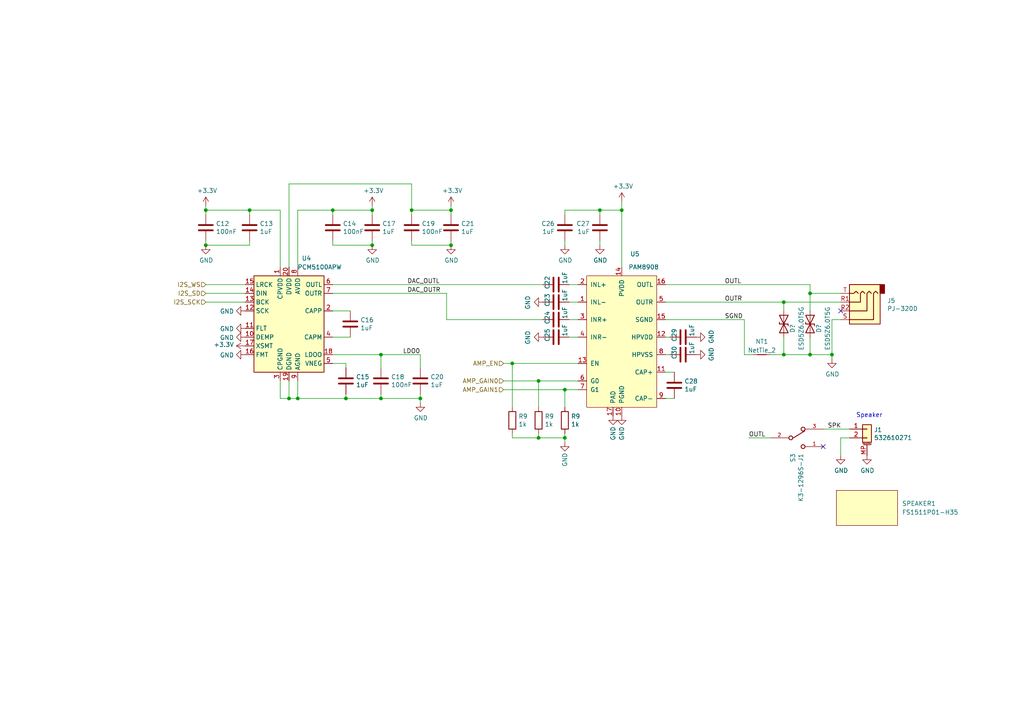
<source format=kicad_sch>
(kicad_sch (version 20230409) (generator eeschema)
  (paper "A4")
  (title_block (title "Troopers 23 Badge") (rev "r2") (company "Monad Gottfried Ltd. 2023") (comment 1 "for ERNW Enno Rey Netzwerke GmbH"))
  (lib_symbols
    (symbol "Audio:PCM5100"
      (property "Reference" "U" (at -10.16 13.97 0))
      (property "Value" "PCM5100" (at 3.81 13.97 0))
      (symbol "PCM5100_0_1"
        (rectangle (start -10.16 12.7) (end 10.16 -15.24) (stroke (width 0.254)) (fill (type background)))
      )
      (symbol "PCM5100_1_1"
        (pin passive line (at -2.54 15.24 270) (length 2.54) (name "CPVDD") (number "1"))
        (pin input line (at -12.7 -5.08 0) (length 2.54) (name "DEMP") (number "10"))
        (pin input line (at -12.7 -2.54 0) (length 2.54) (name "FLT") (number "11"))
        (pin input line (at -12.7 2.54 0) (length 2.54) (name "SCK") (number "12"))
        (pin input line (at -12.7 5.08 0) (length 2.54) (name "BCK") (number "13"))
        (pin input line (at -12.7 7.62 0) (length 2.54) (name "DIN") (number "14"))
        (pin input line (at -12.7 10.16 0) (length 2.54) (name "LRCK") (number "15"))
        (pin input line (at -12.7 -10.16 0) (length 2.54) (name "FMT") (number "16"))
        (pin input line (at -12.7 -7.62 0) (length 2.54) (name "XSMT") (number "17"))
        (pin passive line (at 12.7 -10.16 180) (length 2.54) (name "LDOO") (number "18"))
        (pin power_in line (at 0 -17.78 90) (length 2.54) (name "DGND") (number "19"))
        (pin passive line (at 12.7 2.54 180) (length 2.54) (name "CAPP") (number "2"))
        (pin power_in line (at 0 15.24 270) (length 2.54) (name "DVDD") (number "20"))
        (pin power_in line (at -2.54 -17.78 90) (length 2.54) (name "CPGND") (number "3"))
        (pin passive line (at 12.7 -5.08 180) (length 2.54) (name "CAPM") (number "4"))
        (pin passive line (at 12.7 -12.7 180) (length 2.54) (name "VNEG") (number "5"))
        (pin output line (at 12.7 10.16 180) (length 2.54) (name "OUTL") (number "6"))
        (pin output line (at 12.7 7.62 180) (length 2.54) (name "OUTR") (number "7"))
        (pin power_in line (at 2.54 15.24 270) (length 2.54) (name "AVDD") (number "8"))
        (pin power_in line (at 2.54 -17.78 90) (length 2.54) (name "AGND") (number "9"))
      )
    )
    (symbol "Connector_Audio:AudioJack4"
      (property "Reference" "J" (at 0 8.89 0))
      (property "Value" "AudioJack4" (at 0 6.35 0))
      (symbol "AudioJack4_0_1"
        (rectangle (start -6.35 -5.08) (end -7.62 -7.62) (stroke (width 0.254)) (fill (type outline)))
        (polyline (pts (xy 0 -5.08) (xy 0.635 -5.715) (xy 1.27 -5.08) (xy 2.54 -5.08)) (stroke (width 0.254)))
        (polyline (pts (xy -5.715 -5.08) (xy -5.08 -5.715) (xy -4.445 -5.08) (xy -4.445 2.54) (xy 2.54 2.54)) (stroke (width 0.254)))
        (polyline (pts (xy -1.905 -5.08) (xy -1.27 -5.715) (xy -0.635 -5.08) (xy -0.635 -2.54) (xy 2.54 -2.54)) (stroke (width 0.254)))
        (polyline (pts (xy 2.54 0) (xy -2.54 0) (xy -2.54 -5.08) (xy -3.175 -5.715) (xy -3.81 -5.08)) (stroke (width 0.254)))
        (rectangle (start 2.54 3.81) (end -6.35 -7.62) (stroke (width 0.254)) (fill (type background)))
      )
      (symbol "AudioJack4_1_1"
        (pin passive line (at 5.08 -2.54 180) (length 2.54) (name "~") (number "R1"))
        (pin passive line (at 5.08 0 180) (length 2.54) (name "~") (number "R2"))
        (pin passive line (at 5.08 2.54 180) (length 2.54) (name "~") (number "S"))
        (pin passive line (at 5.08 -5.08 180) (length 2.54) (name "~") (number "T"))
      )
    )
    (symbol "Connector_Generic_MountingPin:Conn_01x02_MountingPin" (pin_names (offset 1.016) hide)
      (property "Reference" "J" (at 0 2.54 0))
      (property "Value" "Conn_01x02_MountingPin" (at 1.27 -5.08 0))
      (symbol "Conn_01x02_MountingPin_1_1"
        (rectangle (start -1.27 -2.413) (end 0 -2.667) (stroke (width 0.1524)))
        (rectangle (start -1.27 0.127) (end 0 -0.127) (stroke (width 0.1524)))
        (rectangle (start -1.27 1.27) (end 1.27 -3.81) (stroke (width 0.254)) (fill (type background)))
        (polyline (pts (xy -1.016 -4.572) (xy 1.016 -4.572)) (stroke (width 0.1524)))
        (text "Mounting" (at 0 -4.191 0) (effects (font (size 0.381 0.381))))
        (pin passive line (at -5.08 0 0) (length 3.81) (name "Pin_1") (number "1"))
        (pin passive line (at -5.08 -2.54 0) (length 3.81) (name "Pin_2") (number "2"))
        (pin passive line (at 0 -7.62 90) (length 3.048) (name "MountPin") (number "MP"))
      )
    )
    (symbol "Device:C" (pin_numbers hide) (pin_names (offset 0.254))
      (property "Reference" "C" (at 0.635 2.54 0))
      (property "Value" "C" (at 0.635 -2.54 0))
      (symbol "C_0_1"
        (polyline (pts (xy -2.032 -0.762) (xy 2.032 -0.762)) (stroke (width 0.508)))
        (polyline (pts (xy -2.032 0.762) (xy 2.032 0.762)) (stroke (width 0.508)))
      )
      (symbol "C_1_1"
        (pin passive line (at 0 3.81 270) (length 2.794) (name "~") (number "1"))
        (pin passive line (at 0 -3.81 90) (length 2.794) (name "~") (number "2"))
      )
    )
    (symbol "Device:D_TVS" (pin_numbers hide) (pin_names (offset 1.016) hide)
      (property "Reference" "D" (at 0 2.54 0))
      (property "Value" "D_TVS" (at 0 -2.54 0))
      (symbol "D_TVS_0_1"
        (polyline (pts (xy 1.27 0) (xy -1.27 0)))
        (polyline (pts (xy 0.508 1.27) (xy 0 1.27) (xy 0 -1.27) (xy -0.508 -1.27)) (stroke (width 0.254)))
        (polyline (pts (xy -2.54 1.27) (xy -2.54 -1.27) (xy 2.54 1.27) (xy 2.54 -1.27) (xy -2.54 1.27)) (stroke (width 0.254)))
      )
      (symbol "D_TVS_1_1"
        (pin passive line (at -3.81 0 0) (length 2.54) (name "A1") (number "1"))
        (pin passive line (at 3.81 0 180) (length 2.54) (name "A2") (number "2"))
      )
    )
    (symbol "Device:NetTie_2" (pin_numbers hide) (pin_names (offset 0) hide) (in_bom no)
      (property "Reference" "NT" (at 0 1.27 0))
      (property "Value" "NetTie_2" (at 0 -1.27 0))
      (symbol "NetTie_2_0_1"
        (polyline (pts (xy -1.27 0) (xy 1.27 0)) (stroke (width 0.254)))
      )
      (symbol "NetTie_2_1_1"
        (pin passive line (at -2.54 0 0) (length 2.54) (name "1") (number "1"))
        (pin passive line (at 2.54 0 180) (length 2.54) (name "2") (number "2"))
      )
    )
    (symbol "Device:R" (pin_numbers hide) (pin_names (offset 0))
      (property "Reference" "R" (at 2.032 0 90))
      (property "Value" "R" (at 0 0 90))
      (symbol "R_0_1"
        (rectangle (start -1.016 -2.54) (end 1.016 2.54) (stroke (width 0.254)))
      )
      (symbol "R_1_1"
        (pin passive line (at 0 3.81 270) (length 1.27) (name "~") (number "1"))
        (pin passive line (at 0 -3.81 90) (length 1.27) (name "~") (number "2"))
      )
    )
    (symbol "j_Amplifier_Audio:PAM8908" (pin_names (offset 1.016))
      (property "Reference" "U" (at 2.54 -20.32 0))
      (property "Value" "PAM8908" (at 6.35 -22.86 0))
      (symbol "PAM8908_0_1"
        (rectangle (start -10.16 19.05) (end 10.16 -19.05) (fill (type background)))
      )
      (symbol "PAM8908_1_1"
        (pin input line (at -12.7 11.43 0) (length 2.54) (name "INL-") (number "1"))
        (pin power_in line (at 0 -21.59 90) (length 2.54) (name "PGND") (number "10"))
        (pin output line (at 12.7 -8.89 180) (length 2.54) (name "CAP+") (number "11"))
        (pin power_out line (at 12.7 1.27 180) (length 2.54) (name "HPVDD") (number "12"))
        (pin input line (at -12.7 -6.35 0) (length 2.54) (name "EN") (number "13"))
        (pin power_in line (at 0 21.59 270) (length 2.54) (name "PVDD") (number "14"))
        (pin input line (at 12.7 6.35 180) (length 2.54) (name "SGND") (number "15"))
        (pin output line (at 12.7 16.51 180) (length 2.54) (name "OUTL") (number "16"))
        (pin passive line (at -2.54 -21.59 90) (length 2.54) (name "PAD") (number "17"))
        (pin input line (at -12.7 16.51 0) (length 2.54) (name "INL+") (number "2"))
        (pin input line (at -12.7 6.35 0) (length 2.54) (name "INR+") (number "3"))
        (pin input line (at -12.7 1.27 0) (length 2.54) (name "INR-") (number "4"))
        (pin output line (at 12.7 11.43 180) (length 2.54) (name "OUTR") (number "5"))
        (pin input line (at -12.7 -11.43 0) (length 2.54) (name "G0") (number "6"))
        (pin input line (at -12.7 -13.97 0) (length 2.54) (name "G1") (number "7"))
        (pin output line (at 12.7 -3.81 180) (length 2.54) (name "HPVSS") (number "8"))
        (pin output line (at 12.7 -16.51 180) (length 2.54) (name "CAP-") (number "9"))
      )
    )
    (symbol "j_Display:Display_dummy" (pin_names (offset 1.016))
      (property "Reference" "U" (at 0 0 0))
      (property "Value" "Display_dummy" (at 0 0 0))
      (symbol "Display_dummy_0_1"
        (rectangle (start -8.89 5.08) (end 8.89 -5.08) (fill (type background)))
      )
    )
    (symbol "j_Switch:K3-1296S" (pin_names (offset 1.016) hide)
      (property "Reference" "S" (at -7.62 5.08 0))
      (property "Value" "  K3-1296S" (at -7.62 -5.08 0))
      (symbol "K3-1296S_0_0"
        (circle (center -1.778 -2.54) (radius 0.5588) (stroke (width 0.254)))
        (circle (center -1.778 2.54) (radius 0.5588) (stroke (width 0.254)))
        (polyline (pts (xy 1.016 0) (xy -2.286 2.032)) (stroke (width 0.254)))
        (circle (center 1.778 0) (radius 0.5588) (stroke (width 0.254)))
        (pin passive line (at 7.62 0 180) (length 5.08) (name "2") (number "2"))
      )
      (symbol "K3-1296S_1_0"
        (pin passive line (at -7.62 -2.54 0) (length 5.08) (name "1") (number "1"))
        (pin passive line (at -7.62 2.54 0) (length 5.08) (name "3") (number "3"))
      )
    )
    (symbol "power:+3.3V" (power) (pin_names (offset 0))
      (property "Value" "+3.3V" (at 0 3.556 0))
      (symbol "+3.3V_0_1"
        (polyline (pts (xy -0.762 1.27) (xy 0 2.54)))
        (polyline (pts (xy 0 0) (xy 0 2.54)))
        (polyline (pts (xy 0 2.54) (xy 0.762 1.27)))
      )
      (symbol "+3.3V_1_1"
        (pin power_in line (at 0 0 90) (length 0) hide (name "+3.3V") (number "1"))
      )
    )
    (symbol "power:GND" (power) (pin_names (offset 0))
      (property "Value" "GND" (at 0 -3.81 0))
      (symbol "GND_0_1"
        (polyline (pts (xy 0 0) (xy 0 -1.27) (xy 1.27 -1.27) (xy 0 -2.54) (xy -1.27 -1.27) (xy 0 -1.27)))
      )
      (symbol "GND_1_1"
        (pin power_in line (at 0 0 270) (length 0) hide (name "GND") (number "1"))
      )
    )
  )
  (junction (at 83.82 115.57))
  (junction (at 180.34 60.96))
  (junction (at 59.69 60.96))
  (junction (at 227.33 87.63))
  (junction (at 234.95 85.09))
  (junction (at 163.83 127))
  (junction (at 107.95 71.12))
  (junction (at 156.21 127))
  (junction (at 121.92 115.57))
  (junction (at 86.36 115.57))
  (junction (at 148.59 105.41))
  (junction (at 110.49 115.57))
  (junction (at 227.33 102.87))
  (junction (at 96.52 60.96))
  (junction (at 173.99 60.96))
  (junction (at 130.81 71.12))
  (junction (at 241.3 102.87))
  (junction (at 72.39 60.96))
  (junction (at 100.33 115.57))
  (junction (at 59.69 71.12))
  (junction (at 110.49 102.87))
  (junction (at 119.38 60.96))
  (junction (at 234.95 102.87))
  (junction (at 163.83 113.03))
  (junction (at 156.21 110.49))
  (junction (at 130.81 60.96))
  (junction (at 107.95 60.96))
  (no_connect (at 238.76 129.54))
  (no_connect (at 243.84 90.17))
  (wire (pts (xy 72.39 62.23) (xy 72.39 60.96)))
  (wire (pts (xy 96.52 82.55) (xy 157.48 82.55)))
  (wire (pts (xy 241.3 104.14) (xy 241.3 102.87)))
  (wire (pts (xy 119.38 53.34) (xy 119.38 60.96)))
  (wire (pts (xy 173.99 71.12) (xy 173.99 69.85)))
  (wire (pts (xy 119.38 62.23) (xy 119.38 60.96)))
  (wire (pts (xy 110.49 115.57) (xy 121.92 115.57)))
  (wire (pts (xy 107.95 59.69) (xy 107.95 60.96)))
  (wire (pts (xy 165.1 97.79) (xy 167.64 97.79)))
  (wire (pts (xy 148.59 105.41) (xy 148.59 118.11)))
  (wire (pts (xy 130.81 59.69) (xy 130.81 60.96)))
  (wire (pts (xy 215.9 102.87) (xy 218.44 102.87)))
  (wire (pts (xy 165.1 92.71) (xy 167.64 92.71)))
  (wire (pts (xy 243.84 92.71) (xy 241.3 92.71)))
  (wire (pts (xy 119.38 69.85) (xy 119.38 71.12)))
  (wire (pts (xy 227.33 97.79) (xy 227.33 102.87)))
  (wire (pts (xy 180.34 58.42) (xy 180.34 60.96)))
  (wire (pts (xy 119.38 60.96) (xy 130.81 60.96)))
  (wire (pts (xy 59.69 69.85) (xy 59.69 71.12)))
  (wire (pts (xy 86.36 60.96) (xy 96.52 60.96)))
  (wire (pts (xy 234.95 102.87) (xy 241.3 102.87)))
  (wire (pts (xy 71.12 87.63) (xy 59.69 87.63)))
  (wire (pts (xy 71.12 85.09) (xy 59.69 85.09)))
  (wire (pts (xy 81.28 77.47) (xy 81.28 60.96)))
  (wire (pts (xy 173.99 60.96) (xy 173.99 62.23)))
  (wire (pts (xy 156.21 127) (xy 148.59 127)))
  (wire (pts (xy 227.33 87.63) (xy 243.84 87.63)))
  (wire (pts (xy 156.21 110.49) (xy 156.21 118.11)))
  (wire (pts (xy 83.82 115.57) (xy 81.28 115.57)))
  (wire (pts (xy 193.04 87.63) (xy 227.33 87.63)))
  (wire (pts (xy 163.83 60.96) (xy 173.99 60.96)))
  (wire (pts (xy 86.36 77.47) (xy 86.36 60.96)))
  (wire (pts (xy 96.52 69.85) (xy 96.52 71.12)))
  (wire (pts (xy 193.04 82.55) (xy 234.95 82.55)))
  (wire (pts (xy 146.05 113.03) (xy 163.83 113.03)))
  (wire (pts (xy 72.39 71.12) (xy 72.39 69.85)))
  (wire (pts (xy 96.52 102.87) (xy 110.49 102.87)))
  (wire (pts (xy 193.04 102.87) (xy 194.31 102.87)))
  (wire (pts (xy 163.83 128.27) (xy 163.83 127)))
  (wire (pts (xy 83.82 53.34) (xy 119.38 53.34)))
  (wire (pts (xy 96.52 71.12) (xy 107.95 71.12)))
  (wire (pts (xy 96.52 62.23) (xy 96.52 60.96)))
  (wire (pts (xy 234.95 85.09) (xy 243.84 85.09)))
  (wire (pts (xy 130.81 71.12) (xy 130.81 69.85)))
  (wire (pts (xy 194.31 97.79) (xy 193.04 97.79)))
  (wire (pts (xy 121.92 102.87) (xy 121.92 106.68)))
  (wire (pts (xy 180.34 60.96) (xy 180.34 77.47)))
  (wire (pts (xy 243.84 127) (xy 243.84 132.08)))
  (wire (pts (xy 81.28 115.57) (xy 81.28 110.49)))
  (wire (pts (xy 96.52 90.17) (xy 101.6 90.17)))
  (wire (pts (xy 59.69 59.69) (xy 59.69 60.96)))
  (wire (pts (xy 96.52 85.09) (xy 129.54 85.09)))
  (wire (pts (xy 163.83 71.12) (xy 163.83 69.85)))
  (wire (pts (xy 163.83 113.03) (xy 167.64 113.03)))
  (wire (pts (xy 59.69 60.96) (xy 59.69 62.23)))
  (wire (pts (xy 148.59 127) (xy 148.59 125.73)))
  (wire (pts (xy 100.33 114.3) (xy 100.33 115.57)))
  (wire (pts (xy 71.12 82.55) (xy 59.69 82.55)))
  (wire (pts (xy 86.36 110.49) (xy 86.36 115.57)))
  (wire (pts (xy 193.04 92.71) (xy 215.9 92.71)))
  (wire (pts (xy 227.33 87.63) (xy 227.33 90.17)))
  (wire (pts (xy 59.69 71.12) (xy 72.39 71.12)))
  (wire (pts (xy 241.3 92.71) (xy 241.3 102.87)))
  (wire (pts (xy 234.95 90.17) (xy 234.95 85.09)))
  (wire (pts (xy 107.95 71.12) (xy 107.95 69.85)))
  (wire (pts (xy 110.49 114.3) (xy 110.49 115.57)))
  (wire (pts (xy 83.82 110.49) (xy 83.82 115.57)))
  (wire (pts (xy 146.05 105.41) (xy 148.59 105.41)))
  (wire (pts (xy 100.33 105.41) (xy 100.33 106.68)))
  (wire (pts (xy 193.04 115.57) (xy 195.58 115.57)))
  (wire (pts (xy 165.1 82.55) (xy 167.64 82.55)))
  (wire (pts (xy 96.52 97.79) (xy 101.6 97.79)))
  (wire (pts (xy 121.92 115.57) (xy 121.92 116.84)))
  (wire (pts (xy 173.99 60.96) (xy 180.34 60.96)))
  (wire (pts (xy 215.9 92.71) (xy 215.9 102.87)))
  (wire (pts (xy 72.39 60.96) (xy 59.69 60.96)))
  (wire (pts (xy 193.04 107.95) (xy 195.58 107.95)))
  (wire (pts (xy 156.21 125.73) (xy 156.21 127)))
  (wire (pts (xy 146.05 110.49) (xy 156.21 110.49)))
  (wire (pts (xy 234.95 97.79) (xy 234.95 102.87)))
  (wire (pts (xy 163.83 62.23) (xy 163.83 60.96)))
  (wire (pts (xy 110.49 106.68) (xy 110.49 102.87)))
  (wire (pts (xy 83.82 77.47) (xy 83.82 53.34)))
  (wire (pts (xy 223.52 102.87) (xy 227.33 102.87)))
  (wire (pts (xy 163.83 113.03) (xy 163.83 118.11)))
  (wire (pts (xy 96.52 105.41) (xy 100.33 105.41)))
  (wire (pts (xy 217.17 127) (xy 223.52 127)))
  (wire (pts (xy 86.36 115.57) (xy 83.82 115.57)))
  (wire (pts (xy 81.28 60.96) (xy 72.39 60.96)))
  (wire (pts (xy 234.95 82.55) (xy 234.95 85.09)))
  (wire (pts (xy 163.83 127) (xy 156.21 127)))
  (wire (pts (xy 100.33 115.57) (xy 110.49 115.57)))
  (wire (pts (xy 165.1 87.63) (xy 167.64 87.63)))
  (wire (pts (xy 107.95 60.96) (xy 107.95 62.23)))
  (wire (pts (xy 129.54 85.09) (xy 129.54 92.71)))
  (wire (pts (xy 227.33 102.87) (xy 234.95 102.87)))
  (wire (pts (xy 148.59 105.41) (xy 167.64 105.41)))
  (wire (pts (xy 246.38 127) (xy 243.84 127)))
  (wire (pts (xy 96.52 60.96) (xy 107.95 60.96)))
  (wire (pts (xy 129.54 92.71) (xy 157.48 92.71)))
  (wire (pts (xy 156.21 110.49) (xy 167.64 110.49)))
  (wire (pts (xy 238.76 124.46) (xy 246.38 124.46)))
  (wire (pts (xy 121.92 115.57) (xy 121.92 114.3)))
  (wire (pts (xy 163.83 127) (xy 163.83 125.73)))
  (wire (pts (xy 110.49 102.87) (xy 121.92 102.87)))
  (wire (pts (xy 130.81 60.96) (xy 130.81 62.23)))
  (wire (pts (xy 100.33 115.57) (xy 86.36 115.57)))
  (wire (pts (xy 119.38 71.12) (xy 130.81 71.12)))
  (text "Speaker" (at 248.285 121.285 0) (effects (font (size 1.27 1.27)) (justify left bottom)))
  (label "DAC_OUTR" (at 118.11 85.09 0))
  (label "SGND" (at 210.185 92.71 0))
  (label "OUTR" (at 210.185 87.63 0))
  (label "OUTL" (at 210.185 82.55 0))
  (label "OUTL" (at 217.17 127 0))
  (label "DAC_OUTL" (at 118.11 82.55 0))
  (label "SPK" (at 240.03 124.46 0))
  (label "LDO0" (at 116.84 102.87 0))
  (hierarchical_label "I2S_SCK" (shape input) (at 59.69 87.63 180))
  (hierarchical_label "AMP_EN" (shape input) (at 146.05 105.41 180))
  (hierarchical_label "AMP_GAIN1" (shape input) (at 146.05 113.03 180))
  (hierarchical_label "I2S_SD" (shape input) (at 59.69 85.09 180))
  (hierarchical_label "I2S_WS" (shape input) (at 59.69 82.55 180))
  (hierarchical_label "AMP_GAIN0" (shape input) (at 146.05 110.49 180))
  (symbol (lib_id "Audio:PCM5100") (at 83.82 92.71 0) (unit 1)
    (property "Reference" "U4" (at 88.9 74.93 0))
    (property "Value" "PCM5100APW" (at 92.71 77.47 0))
    (property "Footprint" "Package_SO:TSSOP-20_4.4x6.5mm_P0.65mm" (effects hide))
    (property "Datasheet" "http://www.ti.com/lit/ds/symlink/pcm5100.pdf" (effects hide))
    (property "MPN" "PCM5100APWR" (effects hide))
    (property "LCSC" "C1540069" (effects hide))
    (property "Manufacturer" "Texas Instruments" (effects hide))
  )
  (symbol (lib_id "Device:C") (at 121.92 110.49 0) (unit 1)
    (property "Reference" "C20" (at 124.841 109.3216 0) (effects (justify left)))
    (property "Value" "1uF" (at 124.841 111.633 0) (effects (justify left)))
    (property "Footprint" "Capacitor_SMD:C_0603_1608Metric" (effects hide))
  )
  (symbol (lib_id "Device:C") (at 110.49 110.49 0) (unit 1)
    (property "Reference" "C18" (at 113.411 109.3216 0) (effects (justify left)))
    (property "Value" "100nF" (at 113.411 111.633 0) (effects (justify left)))
    (property "Footprint" "Capacitor_SMD:C_0402_1005Metric" (effects hide))
  )
  (symbol (lib_id "power:GND") (at 121.92 116.84 0) (unit 1)
    (property "Reference" "#PWR054" (effects hide))
    (property "Value" "GND" (at 122.047 121.2342 0))
  )
  (symbol (lib_id "Device:C") (at 107.95 66.04 0) (unit 1)
    (property "Reference" "C17" (at 110.871 64.8716 0) (effects (justify left)))
    (property "Value" "1uF" (at 110.871 67.183 0) (effects (justify left)))
    (property "Footprint" "Capacitor_SMD:C_0603_1608Metric" (effects hide))
  )
  (symbol (lib_id "Device:C") (at 96.52 66.04 0) (unit 1)
    (property "Reference" "C14" (at 99.441 64.8716 0) (effects (justify left)))
    (property "Value" "100nF" (at 99.441 67.183 0) (effects (justify left)))
    (property "Footprint" "Capacitor_SMD:C_0402_1005Metric" (effects hide))
  )
  (symbol (lib_id "power:GND") (at 107.95 71.12 0) (unit 1)
    (property "Reference" "#PWR053" (effects hide))
    (property "Value" "GND" (at 108.077 75.5142 0))
  )
  (symbol (lib_id "power:+3.3V") (at 107.95 59.69 0) (unit 1)
    (property "Reference" "#PWR052" (effects hide))
    (property "Value" "+3.3V" (at 108.331 55.2958 0))
  )
  (symbol (lib_id "Device:C") (at 101.6 93.98 0) (unit 1)
    (property "Reference" "C16" (at 104.521 92.8116 0) (effects (justify left)))
    (property "Value" "1uF" (at 104.521 95.123 0) (effects (justify left)))
    (property "Footprint" "Capacitor_SMD:C_0603_1608Metric" (effects hide))
  )
  (symbol (lib_id "Device:C") (at 100.33 110.49 0) (unit 1)
    (property "Reference" "C15" (at 103.251 109.3216 0) (effects (justify left)))
    (property "Value" "1uF" (at 103.251 111.633 0) (effects (justify left)))
    (property "Footprint" "Capacitor_SMD:C_0603_1608Metric" (effects hide))
  )
  (symbol (lib_id "power:GND") (at 71.12 90.17 270) (unit 1)
    (property "Reference" "#PWR047" (effects hide))
    (property "Value" "GND" (at 67.8688 90.297 90) (effects (justify right)))
  )
  (symbol (lib_id "power:GND") (at 71.12 95.25 270) (unit 1)
    (property "Reference" "#PWR048" (effects hide))
    (property "Value" "GND" (at 67.8688 95.377 90) (effects (justify right)))
  )
  (symbol (lib_id "power:GND") (at 71.12 102.87 270) (unit 1)
    (property "Reference" "#PWR051" (effects hide))
    (property "Value" "GND" (at 67.8688 102.997 90) (effects (justify right)))
  )
  (symbol (lib_id "power:GND") (at 71.12 97.79 270) (unit 1)
    (property "Reference" "#PWR049" (effects hide))
    (property "Value" "GND" (at 67.8688 97.917 90) (effects (justify right)))
  )
  (symbol (lib_id "power:+3.3V") (at 71.12 100.33 90) (unit 1)
    (property "Reference" "#PWR050" (effects hide))
    (property "Value" "+3.3V" (at 67.8688 99.949 90) (effects (justify left)))
  )
  (symbol (lib_id "Device:C") (at 59.69 66.04 0) (unit 1)
    (property "Reference" "C12" (at 62.611 64.8716 0) (effects (justify left)))
    (property "Value" "100nF" (at 62.611 67.183 0) (effects (justify left)))
    (property "Footprint" "Capacitor_SMD:C_0402_1005Metric" (effects hide))
  )
  (symbol (lib_id "power:GND") (at 177.8 120.65 0) (unit 1)
    (property "Reference" "#PWR061" (effects hide))
    (property "Value" "GND" (at 177.8 125.73 90))
  )
  (symbol (lib_id "j_Amplifier_Audio:PAM8908") (at 180.34 99.06 0) (unit 1)
    (property "Reference" "U5" (at 184.15 73.66 0))
    (property "Value" "PAM8908" (at 186.69 77.47 0))
    (property "Footprint" "Package_DFN_QFN:QFN-16-1EP_3x3mm_P0.5mm_EP1.7x1.7mm" (effects hide))
    (property "MPN" "PAM8908" (effects hide))
    (property "LCSC" "C33233" (effects hide))
    (property "Manufacturer" "Diodes Incorporated" (effects hide))
  )
  (symbol (lib_id "Device:C") (at 195.58 111.76 0) (unit 1)
    (property "Reference" "C28" (at 198.501 110.5916 0) (effects (justify left)))
    (property "Value" "1uF" (at 198.501 112.903 0) (effects (justify left)))
    (property "Footprint" "Capacitor_SMD:C_0603_1608Metric" (effects hide))
  )
  (symbol (lib_id "Device:C") (at 198.12 97.79 270) (unit 1)
    (property "Reference" "C29" (at 195.58 95.25 0) (effects (justify left)))
    (property "Value" "1uF" (at 200.66 93.98 0) (effects (justify left)))
    (property "Footprint" "Capacitor_SMD:C_0603_1608Metric" (effects hide))
  )
  (symbol (lib_id "Device:C") (at 198.12 102.87 270) (unit 1)
    (property "Reference" "C30" (at 195.58 100.33 0) (effects (justify left)))
    (property "Value" "1uF" (at 200.66 99.06 0) (effects (justify left)))
    (property "Footprint" "Capacitor_SMD:C_0603_1608Metric" (effects hide))
  )
  (symbol (lib_id "power:GND") (at 201.93 97.79 90) (unit 1)
    (property "Reference" "#PWR064" (effects hide))
    (property "Value" "GND" (at 206.3242 97.663 0))
  )
  (symbol (lib_id "power:GND") (at 201.93 102.87 90) (unit 1)
    (property "Reference" "#PWR065" (effects hide))
    (property "Value" "GND" (at 206.3242 102.743 0))
  )
  (symbol (lib_id "Device:C") (at 161.29 82.55 270) (unit 1)
    (property "Reference" "C22" (at 158.75 80.01 0) (effects (justify left)))
    (property "Value" "1uF" (at 163.83 78.74 0) (effects (justify left)))
    (property "Footprint" "Capacitor_SMD:C_0603_1608Metric" (effects hide))
  )
  (symbol (lib_id "Device:C") (at 161.29 87.63 270) (unit 1)
    (property "Reference" "C23" (at 158.75 85.09 0) (effects (justify left)))
    (property "Value" "1uF" (at 163.83 83.82 0) (effects (justify left)))
    (property "Footprint" "Capacitor_SMD:C_0603_1608Metric" (effects hide))
  )
  (symbol (lib_id "Device:C") (at 161.29 92.71 270) (unit 1)
    (property "Reference" "C24" (at 158.75 90.17 0) (effects (justify left)))
    (property "Value" "1uF" (at 163.83 88.9 0) (effects (justify left)))
    (property "Footprint" "Capacitor_SMD:C_0603_1608Metric" (effects hide))
  )
  (symbol (lib_id "Device:C") (at 161.29 97.79 270) (unit 1)
    (property "Reference" "C25" (at 158.75 95.25 0) (effects (justify left)))
    (property "Value" "1uF" (at 163.83 93.98 0) (effects (justify left)))
    (property "Footprint" "Capacitor_SMD:C_0603_1608Metric" (effects hide))
  )
  (symbol (lib_id "power:GND") (at 157.48 87.63 270) (unit 1)
    (property "Reference" "#PWR057" (effects hide))
    (property "Value" "GND" (at 153.0858 87.757 0))
  )
  (symbol (lib_id "power:GND") (at 157.48 97.79 270) (unit 1)
    (property "Reference" "#PWR058" (effects hide))
    (property "Value" "GND" (at 153.0858 97.917 0))
  )
  (symbol (lib_id "power:GND") (at 180.34 120.65 0) (unit 1)
    (property "Reference" "#PWR063" (effects hide))
    (property "Value" "GND" (at 180.34 125.73 90))
  )
  (symbol (lib_id "Device:C") (at 173.99 66.04 0) (mirror y) (unit 1)
    (property "Reference" "C27" (at 171.069 64.8716 0) (effects (justify left)))
    (property "Value" "1uF" (at 171.069 67.183 0) (effects (justify left)))
    (property "Footprint" "Capacitor_SMD:C_0603_1608Metric" (effects hide))
  )
  (symbol (lib_id "Device:C") (at 163.83 66.04 0) (mirror y) (unit 1)
    (property "Reference" "C26" (at 160.909 64.8716 0) (effects (justify left)))
    (property "Value" "1uF" (at 160.909 67.183 0) (effects (justify left)))
    (property "Footprint" "Capacitor_SMD:C_0603_1608Metric" (effects hide))
  )
  (symbol (lib_id "power:GND") (at 173.99 71.12 0) (unit 1)
    (property "Reference" "#PWR060" (effects hide))
    (property "Value" "GND" (at 174.117 75.5142 0))
  )
  (symbol (lib_id "power:GND") (at 163.83 71.12 0) (unit 1)
    (property "Reference" "#PWR059" (effects hide))
    (property "Value" "GND" (at 163.957 75.5142 0))
  )
  (symbol (lib_id "Device:C") (at 72.39 66.04 0) (unit 1)
    (property "Reference" "C13" (at 75.311 64.8716 0) (effects (justify left)))
    (property "Value" "1uF" (at 75.311 67.183 0) (effects (justify left)))
    (property "Footprint" "Capacitor_SMD:C_0603_1608Metric" (effects hide))
  )
  (symbol (lib_id "power:+3.3V") (at 59.69 59.69 0) (unit 1)
    (property "Reference" "#PWR045" (effects hide))
    (property "Value" "+3.3V" (at 60.071 55.2958 0))
  )
  (symbol (lib_id "power:GND") (at 59.69 71.12 0) (unit 1)
    (property "Reference" "#PWR046" (effects hide))
    (property "Value" "GND" (at 59.817 75.5142 0))
  )
  (symbol (lib_id "Device:C") (at 130.81 66.04 0) (unit 1)
    (property "Reference" "C21" (at 133.731 64.8716 0) (effects (justify left)))
    (property "Value" "1uF" (at 133.731 67.183 0) (effects (justify left)))
    (property "Footprint" "Capacitor_SMD:C_0603_1608Metric" (effects hide))
  )
  (symbol (lib_id "Device:C") (at 119.38 66.04 0) (unit 1)
    (property "Reference" "C19" (at 122.301 64.8716 0) (effects (justify left)))
    (property "Value" "100nF" (at 122.301 67.183 0) (effects (justify left)))
    (property "Footprint" "Capacitor_SMD:C_0402_1005Metric" (effects hide))
  )
  (symbol (lib_id "power:GND") (at 130.81 71.12 0) (unit 1)
    (property "Reference" "#PWR056" (effects hide))
    (property "Value" "GND" (at 130.937 75.5142 0))
  )
  (symbol (lib_id "power:+3.3V") (at 130.81 59.69 0) (unit 1)
    (property "Reference" "#PWR055" (effects hide))
    (property "Value" "+3.3V" (at 131.191 55.2958 0))
  )
  (symbol (lib_id "power:+3.3V") (at 180.34 58.42 0) (unit 1)
    (property "Reference" "#PWR062" (effects hide))
    (property "Value" "+3.3V" (at 180.721 54.0258 0))
  )
  (symbol (lib_id "power:GND") (at 241.3 104.14 0) (unit 1)
    (property "Reference" "#PWR066" (effects hide))
    (property "Value" "GND" (at 241.427 108.5342 0))
  )
  (symbol (lib_id "Device:D_TVS") (at 234.95 93.98 270) (unit 1)
    (property "Reference" "D?" (at 237.49 93.98 0) (effects (justify left)))
    (property "Value" " ESD5Z6.0T5G" (at 240.03 88.9 0) (effects (justify left)))
    (property "Footprint" "jeffmakes-footprints:SOD-523-numbered-pads" (effects hide))
    (property "MPN" "ESD5Z5.0VC" (effects hide))
    (property "LCSC" "C261278" (effects hide))
    (instances (project "tr23-badge-r2" (path "" (reference "D?") (unit 1)) (path "" (reference "D?") (unit 1)) (path "" (reference "D9") (unit 1))))
  )
  (symbol (lib_id "Device:D_TVS") (at 227.33 93.98 270) (unit 1)
    (property "Reference" "D?" (at 229.87 93.98 0) (effects (justify left)))
    (property "Value" " ESD5Z6.0T5G" (at 232.41 88.9 0) (effects (justify left)))
    (property "Footprint" "jeffmakes-footprints:SOD-523-numbered-pads" (effects hide))
    (property "MPN" "ESD5Z5.0VC" (effects hide))
    (property "LCSC" "C261278" (effects hide))
    (instances (project "tr23-badge-r2" (path "" (reference "D?") (unit 1)) (path "" (reference "D?") (unit 1)) (path "" (reference "D8") (unit 1))))
  )
  (symbol (lib_id "Connector_Audio:AudioJack4") (at 248.92 90.17 180) (unit 1)
    (property "Reference" "J5" (at 257.302 87.1982 0) (effects (justify right)))
    (property "Value" "PJ-320D" (at 257.302 89.5096 0) (effects (justify right)))
    (property "Footprint" "jeffmakes-footprints:Jack_3.5mm_PJ320D_Horizontal_strengthening-vias" (effects hide))
    (property "MPN" "PJ-320D" (effects hide))
    (property "LCSC" "C431535" (effects hide))
    (property "Manufacturer" "HRO" (effects hide))
  )
  (symbol (lib_id "Device:R") (at 156.21 121.92 0) (unit 1)
    (property "Reference" "R9" (at 157.988 120.7516 0) (effects (justify left)))
    (property "Value" "1k" (at 157.988 123.063 0) (effects (justify left)))
    (property "Footprint" "Resistor_SMD:R_0402_1005Metric" (effects hide))
    (instances (project "tr23-badge-r2" (path "" (reference "R9") (unit 1)) (path "" (reference "R35") (unit 1))))
  )
  (symbol (lib_id "power:GND") (at 251.46 132.08 0) (unit 1)
    (property "Reference" "#PWR0155" (effects hide))
    (property "Value" "GND" (at 251.587 136.4742 0))
  )
  (symbol (lib_id "Device:R") (at 148.59 121.92 0) (unit 1)
    (property "Reference" "R9" (at 150.368 120.7516 0) (effects (justify left)))
    (property "Value" "1k" (at 150.368 123.063 0) (effects (justify left)))
    (property "Footprint" "Resistor_SMD:R_0402_1005Metric" (effects hide))
    (instances (project "tr23-badge-r2" (path "" (reference "R9") (unit 1)) (path "" (reference "R34") (unit 1))))
  )
  (symbol (lib_id "Device:R") (at 163.83 121.92 0) (unit 1)
    (property "Reference" "R9" (at 165.608 120.7516 0) (effects (justify left)))
    (property "Value" "1k" (at 165.608 123.063 0) (effects (justify left)))
    (property "Footprint" "Resistor_SMD:R_0402_1005Metric" (effects hide))
    (instances (project "tr23-badge-r2" (path "" (reference "R9") (unit 1)) (path "" (reference "R36") (unit 1))))
  )
  (symbol (lib_id "power:GND") (at 243.84 132.08 0) (unit 1)
    (property "Reference" "#PWR0154" (effects hide))
    (property "Value" "GND" (at 243.967 136.4742 0))
  )
  (symbol (lib_id "power:GND") (at 163.83 128.27 0) (unit 1)
    (property "Reference" "#PWR0157" (effects hide))
    (property "Value" "GND" (at 163.83 133.35 90))
  )
  (symbol (lib_id "Device:NetTie_2") (at 220.98 102.87 0) (unit 1) (in_bom no)
    (property "Reference" "NT1" (at 220.98 99.06 0))
    (property "Value" "NetTie_2" (at 220.98 101.6 0))
    (property "Footprint" "NetTie:NetTie-2_SMD_Pad0.5mm" (effects hide))
  )
  (symbol (lib_id "j_Display:Display_dummy") (at 251.46 147.32 0) (unit 1)
    (property "Reference" "SPEAKER1" (at 261.62 146.05 0) (effects (justify left)))
    (property "Value" "FS1511P01-H35" (at 261.62 148.59 0) (effects (justify left)))
    (property "Footprint" "jeffmakes-footprints:FS1511P01" (effects hide))
  )
  (symbol (lib_id "Connector_Generic_MountingPin:Conn_01x02_MountingPin") (at 251.46 124.46 0) (unit 1)
    (property "Reference" "J1" (at 253.4666 124.6632 0) (effects (justify left)))
    (property "Value" "532610271" (at 253.4666 126.9746 0) (effects (justify left)))
    (property "Footprint" "Connector_Molex:Molex_PicoBlade_53261-0271_1x02-1MP_P1.25mm_Horizontal" (effects hide))
    (property "MPN" "532610271" (effects hide))
    (property "LCSC" "C132528" (effects hide))
    (property "Manufacturer" "Molex" (effects hide))
    (instances (project "tr23-badge-r2" (path "" (reference "J1") (unit 1)) (path "" (reference "J9") (unit 1))))
  )
  (symbol (lib_id "j_Switch:K3-1296S") (at 231.14 127 0) (mirror y) (unit 1)
    (property "Reference" "S3" (at 229.9716 131.4958 90) (effects (justify right)))
    (property "Value" "K3-1296S-J1" (at 232.283 131.4958 90) (effects (justify right)))
    (property "Footprint" "Button_Switch_SMD:SW_SPDT_PCM12" (effects hide))
    (property "Datasheet" "None" (effects hide))
    (property "Field4" "C&K" (effects hide))
    (property "Field5" "JS10 Series SPDT On-On 6 V 0.3 A Gull Wing SMT Slide Switch" (effects hide))
    (property "Field6" "JS102011SAQN" (effects hide))
    (property "Field7" "None" (effects hide))
    (property "Field8" "Unavailable" (effects hide))
    (property "MPN" "K3-1296S" (effects hide))
    (property "LCSC" "C223848" (effects hide))
    (property "Manufacturer" "HRO" (effects hide))
    (instances (project "tr23-badge-r2" (path "" (reference "S3") (unit 1)) (path "" (reference "S?") (unit 1)) (path "" (reference "S8") (unit 1))))
  )
)
</source>
